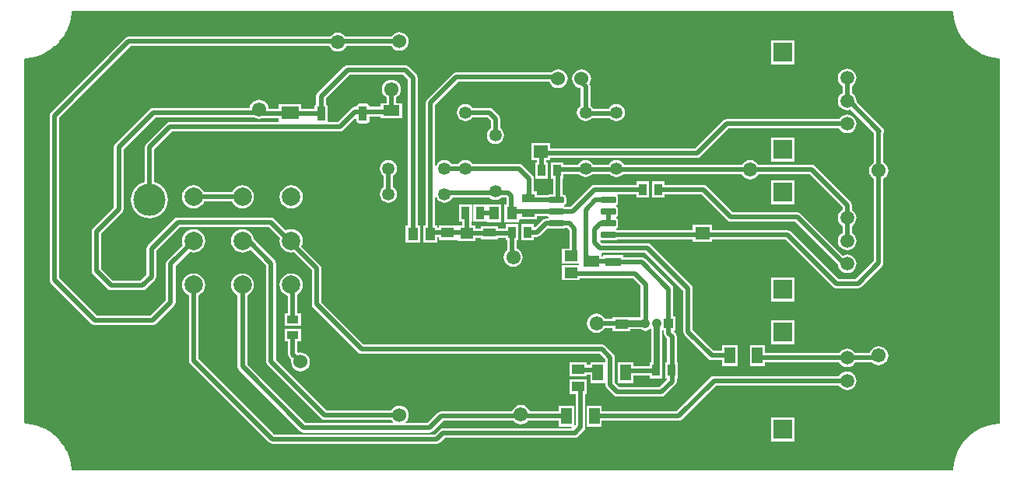
<source format=gtl>
G04 Layer_Physical_Order=1*
G04 Layer_Color=255*
%FSLAX43Y43*%
%MOMM*%
G71*
G01*
G75*
%ADD10R,1.300X0.850*%
%ADD11R,1.150X1.800*%
%ADD12R,1.350X0.950*%
%ADD13R,1.400X1.050*%
%ADD14R,1.050X1.400*%
G04:AMPARAMS|DCode=15|XSize=0.65mm|YSize=1.65mm|CornerRadius=0.049mm|HoleSize=0mm|Usage=FLASHONLY|Rotation=90.000|XOffset=0mm|YOffset=0mm|HoleType=Round|Shape=RoundedRectangle|*
%AMROUNDEDRECTD15*
21,1,0.650,1.552,0,0,90.0*
21,1,0.552,1.650,0,0,90.0*
1,1,0.098,0.776,0.276*
1,1,0.098,0.776,-0.276*
1,1,0.098,-0.776,-0.276*
1,1,0.098,-0.776,0.276*
%
%ADD15ROUNDEDRECTD15*%
%ADD16R,1.900X1.350*%
%ADD17R,1.800X1.150*%
%ADD18R,1.550X1.350*%
%ADD19R,1.450X1.150*%
%ADD20R,0.850X1.300*%
%ADD21R,0.950X1.350*%
%ADD22R,1.700X0.950*%
G04:AMPARAMS|DCode=23|XSize=0.9mm|YSize=1.6mm|CornerRadius=0.05mm|HoleSize=0mm|Usage=FLASHONLY|Rotation=0.000|XOffset=0mm|YOffset=0mm|HoleType=Round|Shape=RoundedRectangle|*
%AMROUNDEDRECTD23*
21,1,0.900,1.501,0,0,0.0*
21,1,0.801,1.600,0,0,0.0*
1,1,0.099,0.401,-0.750*
1,1,0.099,-0.401,-0.750*
1,1,0.099,-0.401,0.750*
1,1,0.099,0.401,0.750*
%
%ADD23ROUNDEDRECTD23*%
G04:AMPARAMS|DCode=24|XSize=5.45mm|YSize=6.6mm|CornerRadius=0.055mm|HoleSize=0mm|Usage=FLASHONLY|Rotation=0.000|XOffset=0mm|YOffset=0mm|HoleType=Round|Shape=RoundedRectangle|*
%AMROUNDEDRECTD24*
21,1,5.450,6.491,0,0,0.0*
21,1,5.341,6.600,0,0,0.0*
1,1,0.109,2.671,-3.245*
1,1,0.109,-2.671,-3.245*
1,1,0.109,-2.671,3.245*
1,1,0.109,2.671,3.245*
%
%ADD24ROUNDEDRECTD24*%
%ADD25C,0.508*%
%ADD26C,0.762*%
%ADD27C,0.635*%
%ADD28C,1.524*%
%ADD29C,1.550*%
%ADD30C,1.350*%
%ADD31C,3.500*%
%ADD32C,2.000*%
%ADD33R,2.100X2.000*%
%ADD34C,1.500*%
%ADD35C,1.050*%
%ADD36R,1.050X1.050*%
G36*
X101284Y50175D02*
X101372Y49507D01*
X101378Y49491D01*
X101379Y49474D01*
X101553Y48824D01*
X101561Y48808D01*
X101564Y48791D01*
X101822Y48169D01*
X101831Y48155D01*
X101837Y48139D01*
X102174Y47555D01*
X102185Y47542D01*
X102192Y47527D01*
X102603Y46993D01*
X102615Y46981D01*
X102625Y46967D01*
X103101Y46491D01*
X103115Y46481D01*
X103127Y46469D01*
X103661Y46058D01*
X103676Y46051D01*
X103689Y46040D01*
X104273Y45703D01*
X104289Y45697D01*
X104303Y45688D01*
X104925Y45430D01*
X104942Y45427D01*
X104958Y45419D01*
X105608Y45245D01*
X105625Y45244D01*
X105641Y45238D01*
X106309Y45150D01*
X106421Y45077D01*
Y5469D01*
X106309Y5396D01*
X105641Y5308D01*
X105625Y5302D01*
X105608Y5301D01*
X104958Y5127D01*
X104942Y5119D01*
X104925Y5116D01*
X104303Y4858D01*
X104289Y4849D01*
X104273Y4843D01*
X103689Y4506D01*
X103676Y4495D01*
X103661Y4488D01*
X103127Y4077D01*
X103115Y4065D01*
X103101Y4055D01*
X102625Y3579D01*
X102615Y3565D01*
X102603Y3553D01*
X102192Y3019D01*
X102185Y3004D01*
X102174Y2991D01*
X101837Y2407D01*
X101831Y2391D01*
X101822Y2377D01*
X101564Y1755D01*
X101561Y1738D01*
X101553Y1722D01*
X101379Y1072D01*
X101378Y1055D01*
X101372Y1039D01*
X101284Y371D01*
X101211Y259D01*
X5469D01*
X5396Y371D01*
X5308Y1039D01*
X5302Y1055D01*
X5301Y1072D01*
X5127Y1722D01*
X5119Y1738D01*
X5116Y1755D01*
X4858Y2377D01*
X4849Y2391D01*
X4843Y2407D01*
X4506Y2991D01*
X4495Y3004D01*
X4488Y3019D01*
X4077Y3553D01*
X4065Y3565D01*
X4055Y3579D01*
X3579Y4055D01*
X3565Y4065D01*
X3553Y4077D01*
X3019Y4488D01*
X3004Y4495D01*
X2991Y4506D01*
X2407Y4843D01*
X2391Y4849D01*
X2377Y4858D01*
X1755Y5116D01*
X1738Y5119D01*
X1722Y5127D01*
X1072Y5301D01*
X1055Y5302D01*
X1039Y5308D01*
X371Y5396D01*
X259Y5469D01*
Y45077D01*
X371Y45150D01*
X1039Y45238D01*
X1055Y45244D01*
X1072Y45245D01*
X1722Y45419D01*
X1738Y45427D01*
X1755Y45430D01*
X2377Y45688D01*
X2391Y45697D01*
X2407Y45703D01*
X2991Y46040D01*
X3004Y46051D01*
X3019Y46058D01*
X3553Y46469D01*
X3565Y46481D01*
X3579Y46491D01*
X4055Y46967D01*
X4065Y46981D01*
X4077Y46993D01*
X4488Y47527D01*
X4495Y47542D01*
X4506Y47555D01*
X4843Y48139D01*
X4849Y48155D01*
X4858Y48169D01*
X5116Y48791D01*
X5119Y48808D01*
X5127Y48824D01*
X5301Y49474D01*
X5302Y49491D01*
X5308Y49507D01*
X5396Y50175D01*
X5469Y50287D01*
X101211D01*
X101284Y50175D01*
D02*
G37*
%LPC*%
G36*
X29278Y21738D02*
X28950Y21695D01*
X28645Y21568D01*
X28383Y21367D01*
X28182Y21105D01*
X28056Y20800D01*
X28013Y20473D01*
X28056Y20146D01*
X28182Y19841D01*
X28383Y19579D01*
X28645Y19378D01*
X28946Y19253D01*
Y17353D01*
X28560D01*
Y15995D01*
X30368D01*
Y17353D01*
X29982D01*
Y19433D01*
X30172Y19579D01*
X30373Y19841D01*
X30499Y20146D01*
X30542Y20473D01*
X30499Y20800D01*
X30373Y21105D01*
X30172Y21367D01*
X29910Y21568D01*
X29605Y21695D01*
X29278Y21738D01*
D02*
G37*
G36*
X84078Y16637D02*
X81470D01*
Y14029D01*
X84078D01*
Y16587D01*
Y16637D01*
D02*
G37*
G36*
Y21277D02*
X81470D01*
Y18669D01*
X84078D01*
Y21227D01*
Y21277D01*
D02*
G37*
G36*
X50576Y29250D02*
Y29250D01*
X49118D01*
Y27392D01*
X50576D01*
X50595Y27317D01*
X52153D01*
Y29225D01*
X50595D01*
X50576Y29250D01*
D02*
G37*
G36*
X69880Y31765D02*
X68522D01*
Y29957D01*
X69880D01*
Y30343D01*
X73928D01*
X76774Y27498D01*
X76942Y27385D01*
X77140Y27346D01*
X84164D01*
X88765Y22745D01*
X88796Y22511D01*
X88897Y22267D01*
X89058Y22057D01*
X89268Y21896D01*
X89512Y21795D01*
X89774Y21760D01*
X90036Y21795D01*
X90280Y21896D01*
X90490Y22057D01*
X90651Y22267D01*
X90752Y22511D01*
X90787Y22773D01*
X90752Y23035D01*
X90651Y23279D01*
X90490Y23489D01*
X90280Y23650D01*
X90036Y23751D01*
X89774Y23786D01*
X89512Y23751D01*
X89308Y23667D01*
X84745Y28230D01*
X84577Y28342D01*
X84379Y28382D01*
X77354D01*
X74509Y31227D01*
X74341Y31340D01*
X74143Y31379D01*
X69880D01*
Y31765D01*
D02*
G37*
G36*
X23978Y26538D02*
X23650Y26495D01*
X23345Y26368D01*
X23083Y26167D01*
X22882Y25905D01*
X22756Y25600D01*
X22713Y25273D01*
X22756Y24946D01*
X22882Y24641D01*
X23083Y24379D01*
X23345Y24178D01*
X23650Y24051D01*
X23978Y24008D01*
X24305Y24051D01*
X24610Y24178D01*
X24846Y24358D01*
X26584Y22620D01*
Y12116D01*
X26623Y11918D01*
X26736Y11750D01*
X32559Y5926D01*
X32727Y5814D01*
X32925Y5775D01*
X40170D01*
X40328Y5568D01*
X40373Y5534D01*
X40332Y5414D01*
X30879D01*
X24496Y11797D01*
Y19330D01*
X24610Y19378D01*
X24872Y19579D01*
X25073Y19841D01*
X25199Y20146D01*
X25242Y20473D01*
X25199Y20800D01*
X25073Y21105D01*
X24872Y21367D01*
X24610Y21568D01*
X24305Y21695D01*
X23978Y21738D01*
X23650Y21695D01*
X23345Y21568D01*
X23083Y21367D01*
X22882Y21105D01*
X22756Y20800D01*
X22713Y20473D01*
X22756Y20146D01*
X22882Y19841D01*
X23083Y19579D01*
X23345Y19378D01*
X23460Y19330D01*
Y11582D01*
X23499Y11384D01*
X23611Y11216D01*
X30298Y4529D01*
X30466Y4417D01*
X30664Y4378D01*
X44342D01*
X44540Y4417D01*
X44708Y4529D01*
X45833Y5654D01*
X53517D01*
X53546Y5616D01*
X53761Y5451D01*
X54011Y5347D01*
X54280Y5312D01*
X54548Y5347D01*
X54799Y5451D01*
X55014Y5616D01*
X55043Y5654D01*
X58428D01*
Y5018D01*
X59789D01*
X59857Y4891D01*
X59837Y4861D01*
X45796D01*
X45598Y4822D01*
X45430Y4710D01*
X44928Y4208D01*
X40474D01*
X40441Y4201D01*
X27443D01*
X19196Y12449D01*
Y19330D01*
X19310Y19378D01*
X19572Y19579D01*
X19773Y19841D01*
X19899Y20146D01*
X19942Y20473D01*
X19899Y20800D01*
X19773Y21105D01*
X19572Y21367D01*
X19310Y21568D01*
X19005Y21695D01*
X18678Y21738D01*
X18350Y21695D01*
X18045Y21568D01*
X17783Y21367D01*
X17582Y21105D01*
X17456Y20800D01*
X17413Y20473D01*
X17456Y20146D01*
X17582Y19841D01*
X17783Y19579D01*
X18045Y19378D01*
X18160Y19330D01*
Y12234D01*
X18199Y12036D01*
X18311Y11868D01*
X26863Y3317D01*
X27031Y3204D01*
X27229Y3165D01*
X40468D01*
X40501Y3172D01*
X45142D01*
X45341Y3211D01*
X45509Y3323D01*
X46011Y3825D01*
X60147D01*
X60345Y3865D01*
X60513Y3977D01*
X61148Y4612D01*
X61261Y4780D01*
X61300Y4978D01*
Y8609D01*
X61482D01*
Y10167D01*
X59574D01*
Y8609D01*
X60264D01*
Y5256D01*
X60213Y5218D01*
X60086Y5281D01*
Y7326D01*
X58428D01*
Y6690D01*
X55253D01*
X55179Y6869D01*
X55014Y7084D01*
X54799Y7249D01*
X54548Y7353D01*
X54280Y7388D01*
X54011Y7353D01*
X53761Y7249D01*
X53546Y7084D01*
X53381Y6869D01*
X53307Y6690D01*
X45618D01*
X45420Y6651D01*
X45252Y6538D01*
X45252Y6538D01*
X44127Y5414D01*
X41774D01*
X41733Y5534D01*
X41778Y5568D01*
X41940Y5780D01*
X42043Y6027D01*
X42078Y6293D01*
X42043Y6558D01*
X41940Y6805D01*
X41778Y7017D01*
X41565Y7180D01*
X41318Y7282D01*
X41053Y7317D01*
X40788Y7282D01*
X40541Y7180D01*
X40328Y7017D01*
X40170Y6811D01*
X33140D01*
X27620Y12330D01*
Y22835D01*
X27580Y23033D01*
X27468Y23201D01*
X25219Y25450D01*
X25199Y25600D01*
X25073Y25905D01*
X24872Y26167D01*
X24610Y26368D01*
X24305Y26495D01*
X23978Y26538D01*
D02*
G37*
G36*
X84078Y6037D02*
X81470D01*
Y3429D01*
X84078D01*
Y5987D01*
Y6037D01*
D02*
G37*
G36*
X89774Y11046D02*
X89512Y11011D01*
X89268Y10910D01*
X89058Y10749D01*
X88906Y10551D01*
X75286D01*
X75087Y10512D01*
X74919Y10399D01*
X71210Y6690D01*
X63086D01*
Y7326D01*
X61428D01*
Y5018D01*
X63086D01*
Y5654D01*
X71425D01*
X71623Y5694D01*
X71791Y5806D01*
X75500Y9515D01*
X88906D01*
X89058Y9317D01*
X89268Y9156D01*
X89512Y9055D01*
X89774Y9020D01*
X90036Y9055D01*
X90280Y9156D01*
X90490Y9317D01*
X90651Y9527D01*
X90752Y9771D01*
X90787Y10033D01*
X90752Y10295D01*
X90651Y10539D01*
X90490Y10749D01*
X90280Y10910D01*
X90036Y11011D01*
X89774Y11046D01*
D02*
G37*
G36*
X80840Y13930D02*
X79182D01*
Y11622D01*
X80840D01*
Y12030D01*
X88896D01*
X88897Y12027D01*
X89058Y11817D01*
X89268Y11656D01*
X89512Y11555D01*
X89774Y11520D01*
X90036Y11555D01*
X90280Y11656D01*
X90490Y11817D01*
X90651Y12027D01*
X90652Y12030D01*
X92501D01*
X92699Y11877D01*
X92949Y11774D01*
X93218Y11738D01*
X93487Y11774D01*
X93737Y11877D01*
X93952Y12042D01*
X94117Y12257D01*
X94221Y12508D01*
X94256Y12776D01*
X94221Y13045D01*
X94117Y13295D01*
X93952Y13510D01*
X93737Y13675D01*
X93487Y13779D01*
X93218Y13814D01*
X92949Y13779D01*
X92699Y13675D01*
X92484Y13510D01*
X92319Y13295D01*
X92224Y13066D01*
X90631D01*
X90490Y13249D01*
X90280Y13410D01*
X90036Y13511D01*
X89774Y13546D01*
X89512Y13511D01*
X89268Y13410D01*
X89058Y13249D01*
X88917Y13066D01*
X80840D01*
Y13930D01*
D02*
G37*
G36*
X30368Y15653D02*
X28560D01*
Y14295D01*
X28946D01*
Y12929D01*
X28985Y12730D01*
X29098Y12562D01*
X29311Y12349D01*
X29277Y12090D01*
X29312Y11825D01*
X29415Y11578D01*
X29578Y11366D01*
X29790Y11203D01*
X30037Y11101D01*
X30302Y11066D01*
X30567Y11101D01*
X30815Y11203D01*
X31027Y11366D01*
X31190Y11578D01*
X31292Y11825D01*
X31327Y12090D01*
X31292Y12356D01*
X31190Y12603D01*
X31027Y12815D01*
X30815Y12978D01*
X30567Y13080D01*
X30302Y13115D01*
X30086Y13087D01*
X29982Y13181D01*
Y14295D01*
X30368D01*
Y15653D01*
D02*
G37*
G36*
X60884Y43951D02*
X60619Y43916D01*
X60371Y43813D01*
X60159Y43651D01*
X59996Y43438D01*
X59894Y43191D01*
X59859Y42926D01*
X59894Y42661D01*
X59996Y42414D01*
X60159Y42201D01*
X60371Y42039D01*
X60619Y41936D01*
X60752Y41919D01*
X60798Y41873D01*
Y40017D01*
X60653Y39906D01*
X60504Y39712D01*
X60411Y39486D01*
X60379Y39244D01*
X60411Y39001D01*
X60504Y38775D01*
X60653Y38581D01*
X60847Y38432D01*
X61073Y38339D01*
X61316Y38307D01*
X61558Y38339D01*
X61784Y38432D01*
X61978Y38581D01*
X61991Y38598D01*
X63993D01*
X64006Y38581D01*
X64200Y38432D01*
X64426Y38339D01*
X64668Y38307D01*
X64911Y38339D01*
X65137Y38432D01*
X65331Y38581D01*
X65480Y38775D01*
X65573Y39001D01*
X65605Y39244D01*
X65573Y39486D01*
X65480Y39712D01*
X65331Y39906D01*
X65137Y40055D01*
X64911Y40149D01*
X64668Y40181D01*
X64426Y40149D01*
X64200Y40055D01*
X64006Y39906D01*
X63857Y39712D01*
X63824Y39634D01*
X62160D01*
X62127Y39712D01*
X61978Y39906D01*
X61834Y40017D01*
Y42088D01*
X61794Y42286D01*
X61738Y42370D01*
X61771Y42414D01*
X61874Y42661D01*
X61909Y42926D01*
X61874Y43191D01*
X61771Y43438D01*
X61608Y43651D01*
X61396Y43813D01*
X61149Y43916D01*
X60884Y43951D01*
D02*
G37*
G36*
X89774Y39026D02*
X89512Y38991D01*
X89268Y38890D01*
X89058Y38729D01*
X88906Y38531D01*
X76646D01*
X76448Y38492D01*
X76280Y38379D01*
X73230Y35329D01*
X57468D01*
Y35895D01*
X55410D01*
Y34037D01*
X56036D01*
Y33822D01*
X55875D01*
Y32014D01*
X57233D01*
Y33822D01*
X57072D01*
Y34037D01*
X57468D01*
Y34293D01*
X73444D01*
X73642Y34332D01*
X73810Y34445D01*
X76861Y37495D01*
X88906D01*
X89058Y37297D01*
X89268Y37136D01*
X89512Y37035D01*
X89774Y37000D01*
X90036Y37035D01*
X90280Y37136D01*
X90490Y37297D01*
X90651Y37507D01*
X90752Y37751D01*
X90787Y38013D01*
X90752Y38275D01*
X90651Y38519D01*
X90490Y38729D01*
X90280Y38890D01*
X90036Y38991D01*
X89774Y39026D01*
D02*
G37*
G36*
X41681Y44409D02*
X35408D01*
X35209Y44370D01*
X35041Y44257D01*
X32171Y41387D01*
X32059Y41219D01*
X32019Y41021D01*
Y40178D01*
X32018Y40178D01*
X31918Y40111D01*
X31851Y40010D01*
X31827Y39892D01*
Y39659D01*
X30363D01*
Y40146D01*
X27955D01*
Y39659D01*
X26836D01*
X26809Y39867D01*
X26705Y40118D01*
X26540Y40332D01*
X26325Y40497D01*
X26075Y40601D01*
X25806Y40636D01*
X25538Y40601D01*
X25287Y40497D01*
X25073Y40332D01*
X24908Y40118D01*
X24804Y39867D01*
X24790Y39761D01*
X14300D01*
X14102Y39722D01*
X13934Y39609D01*
X10149Y35825D01*
X10037Y35657D01*
X9998Y35458D01*
Y28917D01*
X7736Y26655D01*
X7624Y26487D01*
X7585Y26289D01*
Y21996D01*
X7624Y21798D01*
X7736Y21630D01*
X9311Y20055D01*
X9479Y19943D01*
X9677Y19904D01*
X13132D01*
X13330Y19943D01*
X13498Y20055D01*
X14438Y20995D01*
X14550Y21163D01*
X14590Y21361D01*
Y24195D01*
X17182Y26787D01*
X26836D01*
X28052Y25571D01*
X28013Y25273D01*
X28056Y24946D01*
X28182Y24641D01*
X28383Y24379D01*
X28645Y24178D01*
X28950Y24051D01*
X29278Y24008D01*
X29576Y24047D01*
X31537Y22087D01*
Y18364D01*
X31576Y18166D01*
X31689Y17998D01*
X36591Y13096D01*
X36759Y12983D01*
X36957Y12944D01*
X62879D01*
X63490Y12333D01*
Y12203D01*
X63489Y12076D01*
X63363Y12076D01*
X61831D01*
Y11758D01*
X61482D01*
Y12067D01*
X59574D01*
Y10509D01*
X61482D01*
Y10722D01*
X61831D01*
Y9768D01*
X63489Y9768D01*
X63490Y9641D01*
Y9550D01*
X63529Y9352D01*
X63642Y9184D01*
X64378Y8448D01*
X64546Y8335D01*
X64745Y8296D01*
X69571D01*
X69769Y8335D01*
X69937Y8448D01*
X71080Y9591D01*
X71192Y9759D01*
X71232Y9957D01*
Y10272D01*
X71379D01*
Y12080D01*
X71232D01*
Y14859D01*
X71192Y15057D01*
X71080Y15225D01*
X70955Y15350D01*
X71008Y15477D01*
X71137D01*
Y17035D01*
X70876D01*
Y20041D01*
X70837Y20239D01*
X70724Y20407D01*
X67800Y23331D01*
X67632Y23443D01*
X67434Y23483D01*
X65442D01*
Y23694D01*
X63234D01*
Y23583D01*
X63079D01*
Y23894D01*
X63146Y23993D01*
X67832D01*
X71948Y19877D01*
Y15367D01*
X71988Y15169D01*
X72100Y15001D01*
X74691Y12410D01*
X74859Y12298D01*
X75057Y12258D01*
X76182D01*
Y11622D01*
X77840D01*
Y13930D01*
X76182D01*
Y13294D01*
X75272D01*
X72984Y15582D01*
Y20091D01*
X72984Y20091D01*
X72945Y20290D01*
X72832Y20458D01*
X68413Y24877D01*
X68245Y24990D01*
X68047Y25029D01*
X63105D01*
X62923Y25211D01*
X62986Y25328D01*
X63009Y25323D01*
X64561D01*
X64679Y25347D01*
X64744Y25390D01*
X72987D01*
Y25141D01*
X75045D01*
Y25390D01*
X83097D01*
X88229Y20259D01*
X88397Y20146D01*
X88595Y20107D01*
X90957D01*
X91156Y20146D01*
X91324Y20259D01*
X93584Y22519D01*
X93697Y22687D01*
X93736Y22885D01*
Y32019D01*
X93737Y32020D01*
X93952Y32185D01*
X94117Y32399D01*
X94221Y32650D01*
X94256Y32918D01*
X94221Y33187D01*
X94117Y33437D01*
X93952Y33652D01*
X93737Y33817D01*
X93736Y33818D01*
Y36996D01*
X93747Y37013D01*
X93787Y37211D01*
X93747Y37409D01*
X93635Y37577D01*
X90776Y40436D01*
X90787Y40513D01*
X90752Y40775D01*
X90651Y41019D01*
X90490Y41229D01*
X90292Y41381D01*
Y42145D01*
X90490Y42297D01*
X90651Y42507D01*
X90752Y42751D01*
X90787Y43013D01*
X90752Y43275D01*
X90651Y43519D01*
X90490Y43729D01*
X90280Y43890D01*
X90036Y43991D01*
X89774Y44026D01*
X89512Y43991D01*
X89268Y43890D01*
X89058Y43729D01*
X88897Y43519D01*
X88796Y43275D01*
X88761Y43013D01*
X88796Y42751D01*
X88897Y42507D01*
X89058Y42297D01*
X89256Y42145D01*
Y41381D01*
X89058Y41229D01*
X88897Y41019D01*
X88796Y40775D01*
X88761Y40513D01*
X88796Y40251D01*
X88897Y40007D01*
X89058Y39797D01*
X89268Y39636D01*
X89512Y39535D01*
X89774Y39500D01*
X90036Y39535D01*
X90161Y39586D01*
X92700Y37047D01*
Y33818D01*
X92699Y33817D01*
X92484Y33652D01*
X92319Y33437D01*
X92215Y33187D01*
X92180Y32918D01*
X92215Y32650D01*
X92319Y32399D01*
X92484Y32185D01*
X92699Y32020D01*
X92700Y32019D01*
Y23100D01*
X90743Y21143D01*
X88810D01*
X83678Y26274D01*
X83510Y26387D01*
X83312Y26426D01*
X75045D01*
Y26999D01*
X72987D01*
Y26426D01*
X64744D01*
X64679Y26469D01*
X64635Y26478D01*
Y26608D01*
X64679Y26617D01*
X64780Y26683D01*
X64846Y26784D01*
X64870Y26902D01*
Y27454D01*
X64846Y27572D01*
X64780Y27673D01*
X64679Y27739D01*
X64635Y27748D01*
Y27878D01*
X64679Y27887D01*
X64780Y27953D01*
X64846Y28054D01*
X64870Y28172D01*
Y28724D01*
X64846Y28842D01*
X64780Y28943D01*
X64679Y29009D01*
X64635Y29018D01*
Y29148D01*
X64679Y29157D01*
X64780Y29223D01*
X64846Y29324D01*
X64870Y29442D01*
Y29994D01*
X64846Y30112D01*
X64780Y30213D01*
X64774Y30216D01*
X64813Y30343D01*
X66822D01*
Y29957D01*
X68180D01*
Y31765D01*
X66822D01*
Y31379D01*
X62294D01*
X62095Y31340D01*
X61927Y31227D01*
X59666Y28966D01*
X59094D01*
X59029Y29009D01*
X58985Y29018D01*
Y29148D01*
X59029Y29157D01*
X59130Y29223D01*
X59196Y29324D01*
X59220Y29442D01*
Y29994D01*
X59196Y30112D01*
X59130Y30213D01*
X59029Y30279D01*
X58911Y30303D01*
X58853D01*
Y32014D01*
X58933D01*
Y32553D01*
X60600D01*
X60653Y32484D01*
X60847Y32335D01*
X61073Y32241D01*
X61316Y32209D01*
X61558Y32241D01*
X61784Y32335D01*
X61978Y32484D01*
X62031Y32553D01*
X63953D01*
X64006Y32484D01*
X64200Y32335D01*
X64426Y32241D01*
X64668Y32209D01*
X64911Y32241D01*
X65137Y32335D01*
X65331Y32484D01*
X65384Y32553D01*
X78302D01*
X78324Y32501D01*
X78489Y32286D01*
X78704Y32121D01*
X78954Y32017D01*
X79223Y31982D01*
X79491Y32017D01*
X79742Y32121D01*
X79956Y32286D01*
X80121Y32501D01*
X80143Y32553D01*
X85663D01*
X89256Y28960D01*
Y28641D01*
X89058Y28489D01*
X88897Y28279D01*
X88796Y28035D01*
X88761Y27773D01*
X88796Y27511D01*
X88897Y27267D01*
X89058Y27057D01*
X89256Y26905D01*
Y26141D01*
X89058Y25989D01*
X88897Y25779D01*
X88796Y25535D01*
X88761Y25273D01*
X88796Y25011D01*
X88897Y24767D01*
X89058Y24557D01*
X89268Y24396D01*
X89512Y24295D01*
X89774Y24260D01*
X90036Y24295D01*
X90280Y24396D01*
X90490Y24557D01*
X90651Y24767D01*
X90752Y25011D01*
X90787Y25273D01*
X90752Y25535D01*
X90651Y25779D01*
X90490Y25989D01*
X90292Y26141D01*
Y26905D01*
X90490Y27057D01*
X90651Y27267D01*
X90752Y27511D01*
X90787Y27773D01*
X90752Y28035D01*
X90651Y28279D01*
X90490Y28489D01*
X90292Y28641D01*
Y29174D01*
X90292Y29174D01*
X90253Y29372D01*
X90140Y29540D01*
X90140Y29540D01*
X86244Y33437D01*
X86076Y33549D01*
X85877Y33589D01*
X80083D01*
X79956Y33754D01*
X79742Y33919D01*
X79491Y34023D01*
X79223Y34058D01*
X78954Y34023D01*
X78704Y33919D01*
X78489Y33754D01*
X78362Y33589D01*
X65491D01*
X65480Y33615D01*
X65331Y33809D01*
X65137Y33958D01*
X64911Y34051D01*
X64668Y34083D01*
X64426Y34051D01*
X64200Y33958D01*
X64006Y33809D01*
X63857Y33615D01*
X63846Y33589D01*
X62138D01*
X62127Y33615D01*
X61978Y33809D01*
X61784Y33958D01*
X61558Y34051D01*
X61316Y34083D01*
X61073Y34051D01*
X60847Y33958D01*
X60653Y33809D01*
X60504Y33615D01*
X60493Y33589D01*
X58933D01*
Y33822D01*
X57575D01*
Y32014D01*
X57817D01*
Y30303D01*
X57359D01*
X57241Y30279D01*
X57176Y30236D01*
X55996D01*
Y30663D01*
X55712D01*
Y32004D01*
X55673Y32202D01*
X55560Y32370D01*
X54418Y33513D01*
X54250Y33625D01*
X54052Y33664D01*
X49034D01*
X48923Y33809D01*
X48729Y33958D01*
X48503Y34051D01*
X48260Y34083D01*
X48017Y34051D01*
X47791Y33958D01*
X47597Y33809D01*
X47487Y33665D01*
X46748D01*
X46637Y33810D01*
X46443Y33958D01*
X46217Y34052D01*
X45975Y34084D01*
X45732Y34052D01*
X45506Y33958D01*
X45312Y33810D01*
X45163Y33616D01*
X45095Y33451D01*
X44968Y33476D01*
Y40095D01*
X47459Y42586D01*
X57385D01*
X57456Y42414D01*
X57619Y42201D01*
X57831Y42039D01*
X58079Y41936D01*
X58344Y41901D01*
X58609Y41936D01*
X58856Y42039D01*
X59068Y42201D01*
X59231Y42414D01*
X59334Y42661D01*
X59369Y42926D01*
X59334Y43191D01*
X59231Y43438D01*
X59068Y43651D01*
X58856Y43813D01*
X58609Y43916D01*
X58344Y43951D01*
X58079Y43916D01*
X57831Y43813D01*
X57619Y43651D01*
X57597Y43622D01*
X47244D01*
X47046Y43582D01*
X46878Y43470D01*
X44084Y40676D01*
X43971Y40508D01*
X43932Y40310D01*
Y26964D01*
X43656D01*
Y25056D01*
X45214D01*
Y25653D01*
X45350D01*
Y25368D01*
X47258D01*
Y25368D01*
X47383Y25362D01*
Y25268D01*
X49341D01*
Y25579D01*
X49947D01*
Y25420D01*
X51805D01*
Y25579D01*
X52649D01*
Y25309D01*
X52810D01*
Y24308D01*
X52708Y24229D01*
X52543Y24014D01*
X52439Y23764D01*
X52404Y23495D01*
X52439Y23226D01*
X52543Y22976D01*
X52708Y22761D01*
X52923Y22596D01*
X53173Y22492D01*
X53442Y22457D01*
X53710Y22492D01*
X53961Y22596D01*
X54175Y22761D01*
X54340Y22976D01*
X54444Y23226D01*
X54479Y23495D01*
X54444Y23764D01*
X54340Y24014D01*
X54175Y24229D01*
X53961Y24394D01*
X53846Y24441D01*
Y25309D01*
X54007D01*
Y27117D01*
X52649D01*
Y26615D01*
X51805D01*
Y26878D01*
X49947D01*
Y26615D01*
X49341D01*
Y26926D01*
X48892D01*
Y27392D01*
X48976D01*
Y29250D01*
X47518D01*
Y27392D01*
X47856D01*
Y26926D01*
X47383D01*
Y26926D01*
X47258D01*
Y26926D01*
X45350D01*
Y26689D01*
X45214D01*
Y26964D01*
X44968D01*
Y30024D01*
X45095Y30049D01*
X45163Y29884D01*
X45312Y29690D01*
X45506Y29542D01*
X45732Y29448D01*
X45975Y29416D01*
X46217Y29448D01*
X46443Y29542D01*
X46637Y29690D01*
X46786Y29884D01*
X46839Y30013D01*
X50835D01*
X50849Y29994D01*
X51043Y29846D01*
X51269Y29752D01*
X51511Y29720D01*
X51754Y29752D01*
X51980Y29846D01*
X52165Y29987D01*
X52668D01*
X52695Y29961D01*
Y29225D01*
X52495D01*
Y27317D01*
X54053D01*
Y27513D01*
X54138Y27605D01*
X55996D01*
Y27930D01*
X57176D01*
X57241Y27887D01*
X57285Y27878D01*
Y27748D01*
X57241Y27739D01*
X57176Y27696D01*
X56998D01*
X56799Y27657D01*
X56631Y27544D01*
X55834Y26747D01*
X55707Y26770D01*
Y27117D01*
X54349D01*
Y25309D01*
X55707D01*
Y25695D01*
X56032D01*
X56231Y25734D01*
X56399Y25847D01*
X57197Y26645D01*
X57241Y26617D01*
X57359Y26593D01*
X58911D01*
X59029Y26617D01*
X59094Y26660D01*
X59323D01*
X59553Y26430D01*
Y24437D01*
X58736D01*
Y22779D01*
X60586D01*
X60627Y22708D01*
X60586Y22637D01*
X58736D01*
Y20979D01*
X60694D01*
Y21174D01*
X66486D01*
X67325Y20334D01*
Y16942D01*
X66181D01*
Y16974D01*
X64273D01*
Y16825D01*
X63409D01*
X63408Y16826D01*
X63243Y17041D01*
X63028Y17206D01*
X62778Y17309D01*
X62509Y17345D01*
X62241Y17309D01*
X61990Y17206D01*
X61776Y17041D01*
X61611Y16826D01*
X61507Y16575D01*
X61472Y16307D01*
X61507Y16038D01*
X61611Y15788D01*
X61776Y15573D01*
X61990Y15408D01*
X62241Y15304D01*
X62509Y15269D01*
X62778Y15304D01*
X63028Y15408D01*
X63243Y15573D01*
X63408Y15788D01*
X63409Y15789D01*
X64273D01*
Y15416D01*
X66181D01*
Y15648D01*
X67331D01*
X67425Y15576D01*
X67615Y15497D01*
X67818Y15470D01*
X68021Y15497D01*
X68211Y15576D01*
X68373Y15700D01*
X68381Y15706D01*
X68505Y15663D01*
Y12080D01*
X68321D01*
Y11643D01*
X66489D01*
Y12076D01*
X64831D01*
Y9768D01*
X66489D01*
Y10607D01*
X68321D01*
Y10272D01*
X69679D01*
Y12080D01*
X69671D01*
Y15477D01*
X69840D01*
Y15215D01*
X69879Y15016D01*
X69992Y14848D01*
X70196Y14644D01*
Y12080D01*
X70021D01*
Y10272D01*
X70132D01*
X70169Y10145D01*
X69356Y9332D01*
X64959D01*
X64526Y9765D01*
Y12548D01*
X64487Y12746D01*
X64374Y12914D01*
X63460Y13828D01*
X63292Y13941D01*
X63094Y13980D01*
X37172D01*
X32573Y18579D01*
Y22301D01*
X32533Y22499D01*
X32421Y22667D01*
X30395Y24694D01*
X30499Y24946D01*
X30542Y25273D01*
X30499Y25600D01*
X30373Y25905D01*
X30172Y26167D01*
X29910Y26368D01*
X29605Y26495D01*
X29278Y26538D01*
X28950Y26495D01*
X28698Y26390D01*
X27417Y27671D01*
X27249Y27784D01*
X27051Y27823D01*
X16967D01*
X16769Y27784D01*
X16601Y27671D01*
X16601Y27671D01*
X13705Y24776D01*
X13593Y24608D01*
X13554Y24409D01*
Y21576D01*
X12917Y20940D01*
X9892D01*
X8621Y22211D01*
Y26074D01*
X10882Y28336D01*
X10994Y28504D01*
X11034Y28702D01*
Y35244D01*
X14515Y38725D01*
X25255D01*
X25287Y38700D01*
X25538Y38596D01*
X25806Y38561D01*
X26075Y38596D01*
X26181Y38640D01*
X26264Y38623D01*
X27955D01*
Y38288D01*
X27855Y38224D01*
X16091D01*
X16091Y38224D01*
X15893Y38185D01*
X15725Y38073D01*
X13508Y35856D01*
X13395Y35688D01*
X13356Y35489D01*
Y31680D01*
X13103Y31604D01*
X12755Y31418D01*
X12450Y31167D01*
X12200Y30862D01*
X12014Y30514D01*
X11899Y30136D01*
X11860Y29743D01*
X11899Y29351D01*
X12014Y28973D01*
X12200Y28625D01*
X12450Y28319D01*
X12755Y28069D01*
X13103Y27883D01*
X13481Y27768D01*
X13874Y27730D01*
X14267Y27768D01*
X14645Y27883D01*
X14993Y28069D01*
X15298Y28319D01*
X15548Y28625D01*
X15734Y28973D01*
X15849Y29351D01*
X15888Y29743D01*
X15849Y30136D01*
X15734Y30514D01*
X15548Y30862D01*
X15298Y31167D01*
X14993Y31418D01*
X14645Y31604D01*
X14392Y31680D01*
Y35275D01*
X16306Y37188D01*
X34608D01*
X34806Y37228D01*
X34974Y37340D01*
X36270Y38636D01*
X36387Y38588D01*
Y38391D01*
X36411Y38272D01*
X36478Y38172D01*
X36578Y38105D01*
X36697Y38081D01*
X37498D01*
X37616Y38105D01*
X37717Y38172D01*
X37784Y38272D01*
X37807Y38391D01*
Y38830D01*
X39029D01*
Y38619D01*
X41337D01*
Y40277D01*
X40701D01*
Y40884D01*
X40702Y40884D01*
X40917Y41049D01*
X41082Y41264D01*
X41185Y41514D01*
X41221Y41783D01*
X41185Y42052D01*
X41082Y42302D01*
X40917Y42517D01*
X40702Y42682D01*
X40451Y42786D01*
X40183Y42821D01*
X39914Y42786D01*
X39664Y42682D01*
X39449Y42517D01*
X39284Y42302D01*
X39180Y42052D01*
X39145Y41783D01*
X39180Y41514D01*
X39284Y41264D01*
X39449Y41049D01*
X39664Y40884D01*
X39665Y40884D01*
Y40277D01*
X39029D01*
Y39866D01*
X37807D01*
Y39892D01*
X37784Y40010D01*
X37717Y40111D01*
X37616Y40178D01*
X37498Y40201D01*
X36697D01*
X36578Y40178D01*
X36478Y40111D01*
X36411Y40010D01*
X36387Y39892D01*
Y39866D01*
X36249D01*
X36051Y39826D01*
X35883Y39714D01*
X34393Y38224D01*
X33333D01*
X33239Y38351D01*
X33247Y38391D01*
Y39892D01*
X33224Y40010D01*
X33157Y40111D01*
X33056Y40178D01*
X33055Y40178D01*
Y40806D01*
X35622Y43373D01*
X41467D01*
X42002Y42838D01*
Y26964D01*
X41756D01*
Y25056D01*
X43314D01*
Y25960D01*
X43317Y25964D01*
X43356Y26162D01*
X43317Y26360D01*
X43314Y26364D01*
Y26964D01*
X43038D01*
Y43053D01*
X42998Y43251D01*
X42886Y43419D01*
X42886Y43419D01*
X42048Y44257D01*
X41880Y44370D01*
X41681Y44409D01*
D02*
G37*
G36*
X41053Y48015D02*
X40788Y47980D01*
X40541Y47877D01*
X40328Y47715D01*
X40170Y47508D01*
X35207D01*
X35100Y47648D01*
X34885Y47813D01*
X34635Y47916D01*
X34366Y47952D01*
X34098Y47916D01*
X33847Y47813D01*
X33632Y47648D01*
X33525Y47508D01*
X11608D01*
X11410Y47469D01*
X11242Y47356D01*
X3139Y39254D01*
X3027Y39086D01*
X2987Y38887D01*
Y21031D01*
X3027Y20833D01*
X3139Y20665D01*
X7584Y16220D01*
X7752Y16108D01*
X7950Y16068D01*
X14173D01*
X14371Y16108D01*
X14539Y16220D01*
X16546Y18227D01*
X16658Y18395D01*
X16698Y18593D01*
Y22561D01*
X18236Y24099D01*
X18350Y24051D01*
X18678Y24008D01*
X19005Y24051D01*
X19310Y24178D01*
X19572Y24379D01*
X19773Y24641D01*
X19899Y24946D01*
X19942Y25273D01*
X19899Y25600D01*
X19773Y25905D01*
X19572Y26167D01*
X19310Y26368D01*
X19005Y26495D01*
X18678Y26538D01*
X18350Y26495D01*
X18045Y26368D01*
X17783Y26167D01*
X17582Y25905D01*
X17456Y25600D01*
X17413Y25273D01*
X17456Y24946D01*
X17503Y24831D01*
X15814Y23141D01*
X15701Y22973D01*
X15662Y22775D01*
Y18807D01*
X13959Y17104D01*
X8165D01*
X4023Y21246D01*
Y38673D01*
X11822Y46472D01*
X33435D01*
X33467Y46395D01*
X33632Y46180D01*
X33847Y46015D01*
X34098Y45911D01*
X34366Y45876D01*
X34635Y45911D01*
X34885Y46015D01*
X35100Y46180D01*
X35265Y46395D01*
X35297Y46472D01*
X40170D01*
X40328Y46265D01*
X40541Y46103D01*
X40788Y46000D01*
X41053Y45965D01*
X41318Y46000D01*
X41565Y46103D01*
X41778Y46265D01*
X41940Y46478D01*
X42043Y46725D01*
X42078Y46990D01*
X42043Y47255D01*
X41940Y47502D01*
X41778Y47715D01*
X41565Y47877D01*
X41318Y47980D01*
X41053Y48015D01*
D02*
G37*
G36*
X84078Y47117D02*
X81470D01*
Y44509D01*
X84078D01*
Y47067D01*
Y47117D01*
D02*
G37*
G36*
X48260Y40181D02*
X48017Y40149D01*
X47791Y40055D01*
X47597Y39906D01*
X47449Y39712D01*
X47355Y39486D01*
X47323Y39244D01*
X47355Y39001D01*
X47449Y38775D01*
X47597Y38581D01*
X47791Y38432D01*
X48017Y38339D01*
X48260Y38307D01*
X48503Y38339D01*
X48729Y38432D01*
X48923Y38581D01*
X49034Y38726D01*
X50636D01*
X50993Y38368D01*
Y37528D01*
X50849Y37417D01*
X50700Y37223D01*
X50606Y36997D01*
X50574Y36755D01*
X50606Y36512D01*
X50700Y36286D01*
X50849Y36092D01*
X51043Y35943D01*
X51269Y35849D01*
X51511Y35818D01*
X51754Y35849D01*
X51980Y35943D01*
X52174Y36092D01*
X52323Y36286D01*
X52416Y36512D01*
X52448Y36755D01*
X52416Y36997D01*
X52323Y37223D01*
X52174Y37417D01*
X52029Y37528D01*
Y38583D01*
X51990Y38781D01*
X51877Y38949D01*
X51216Y39610D01*
X51048Y39722D01*
X50850Y39762D01*
X49034D01*
X48923Y39906D01*
X48729Y40055D01*
X48503Y40149D01*
X48260Y40181D01*
D02*
G37*
G36*
X84078Y31877D02*
X81470D01*
Y29269D01*
X84078D01*
Y31827D01*
Y31877D01*
D02*
G37*
G36*
X29278Y31338D02*
X28950Y31295D01*
X28645Y31168D01*
X28383Y30967D01*
X28182Y30705D01*
X28056Y30400D01*
X28013Y30073D01*
X28056Y29746D01*
X28182Y29441D01*
X28383Y29179D01*
X28645Y28978D01*
X28950Y28851D01*
X29278Y28808D01*
X29605Y28851D01*
X29910Y28978D01*
X30172Y29179D01*
X30373Y29441D01*
X30499Y29746D01*
X30542Y30073D01*
X30499Y30400D01*
X30373Y30705D01*
X30172Y30967D01*
X29910Y31168D01*
X29605Y31295D01*
X29278Y31338D01*
D02*
G37*
G36*
X39877Y34084D02*
X39635Y34052D01*
X39409Y33958D01*
X39215Y33810D01*
X39066Y33616D01*
X38972Y33390D01*
X38940Y33147D01*
X38972Y32904D01*
X39066Y32678D01*
X39215Y32484D01*
X39359Y32373D01*
Y31127D01*
X39215Y31016D01*
X39066Y30822D01*
X38972Y30596D01*
X38940Y30353D01*
X38972Y30110D01*
X39066Y29884D01*
X39215Y29690D01*
X39409Y29542D01*
X39635Y29448D01*
X39877Y29416D01*
X40120Y29448D01*
X40346Y29542D01*
X40540Y29690D01*
X40689Y29884D01*
X40782Y30110D01*
X40814Y30353D01*
X40782Y30596D01*
X40689Y30822D01*
X40540Y31016D01*
X40395Y31127D01*
Y32373D01*
X40540Y32484D01*
X40689Y32678D01*
X40782Y32904D01*
X40814Y33147D01*
X40782Y33390D01*
X40689Y33616D01*
X40540Y33810D01*
X40346Y33958D01*
X40120Y34052D01*
X39877Y34084D01*
D02*
G37*
G36*
X84078Y36517D02*
X81470D01*
Y33909D01*
X84078D01*
Y36467D01*
Y36517D01*
D02*
G37*
G36*
X23978Y31338D02*
X23650Y31295D01*
X23345Y31168D01*
X23083Y30967D01*
X22882Y30705D01*
X22835Y30591D01*
X19820D01*
X19773Y30705D01*
X19572Y30967D01*
X19310Y31168D01*
X19005Y31295D01*
X18678Y31338D01*
X18350Y31295D01*
X18045Y31168D01*
X17783Y30967D01*
X17582Y30705D01*
X17456Y30400D01*
X17413Y30073D01*
X17456Y29746D01*
X17582Y29441D01*
X17783Y29179D01*
X18045Y28978D01*
X18350Y28851D01*
X18678Y28808D01*
X19005Y28851D01*
X19310Y28978D01*
X19572Y29179D01*
X19773Y29441D01*
X19820Y29555D01*
X22835D01*
X22882Y29441D01*
X23083Y29179D01*
X23345Y28978D01*
X23650Y28851D01*
X23978Y28808D01*
X24305Y28851D01*
X24610Y28978D01*
X24872Y29179D01*
X25073Y29441D01*
X25199Y29746D01*
X25242Y30073D01*
X25199Y30400D01*
X25073Y30705D01*
X24872Y30967D01*
X24610Y31168D01*
X24305Y31295D01*
X23978Y31338D01*
D02*
G37*
%LPD*%
D10*
X29464Y16674D02*
D03*
Y14974D02*
D03*
D11*
X77011Y12776D02*
D03*
X80011D02*
D03*
X62257Y6172D02*
D03*
X59257D02*
D03*
X62660Y10922D02*
D03*
X65660D02*
D03*
D12*
X50876Y24549D02*
D03*
Y26149D02*
D03*
X55067Y29934D02*
D03*
Y28334D02*
D03*
D13*
X46304Y24247D02*
D03*
Y26147D02*
D03*
X65227Y16195D02*
D03*
Y18095D02*
D03*
X60528Y9388D02*
D03*
Y11288D02*
D03*
D14*
X44435Y26010D02*
D03*
X42535D02*
D03*
X51374Y28271D02*
D03*
X53274D02*
D03*
D15*
X63785Y25908D02*
D03*
Y27178D02*
D03*
Y28448D02*
D03*
Y29718D02*
D03*
X58135Y25908D02*
D03*
Y27178D02*
D03*
Y28448D02*
D03*
Y29718D02*
D03*
D16*
X29159Y36017D02*
D03*
Y39217D02*
D03*
D17*
X40183Y36448D02*
D03*
Y39448D02*
D03*
X61925Y20065D02*
D03*
Y23065D02*
D03*
D18*
X56439Y34966D02*
D03*
Y36966D02*
D03*
X74016Y26070D02*
D03*
Y24070D02*
D03*
D19*
X59715Y23608D02*
D03*
Y21808D02*
D03*
X48362Y26097D02*
D03*
Y24297D02*
D03*
D20*
X53328Y26213D02*
D03*
X55028D02*
D03*
X58254Y32918D02*
D03*
X56554D02*
D03*
X67501Y30861D02*
D03*
X69201D02*
D03*
X70700Y11176D02*
D03*
X69000D02*
D03*
D21*
X48247Y28321D02*
D03*
X49847D02*
D03*
D22*
X64338Y22965D02*
D03*
Y20165D02*
D03*
D23*
X37097Y39141D02*
D03*
X32537D02*
D03*
D24*
X34817Y33041D02*
D03*
D25*
X76646Y38013D02*
X89774D01*
X73444Y34811D02*
X76646Y38013D01*
X56464Y34811D02*
X73444D01*
X60782Y4978D02*
Y9134D01*
X60147Y4343D02*
X60782Y4978D01*
X45796Y4343D02*
X60147D01*
X68047Y24511D02*
X72466Y20091D01*
Y15367D02*
Y20091D01*
Y15367D02*
X75057Y12776D01*
X42520Y26480D02*
X42838Y26162D01*
X70714Y9957D02*
Y14859D01*
X26264Y39141D02*
X32537D01*
X27051Y27305D02*
X32055Y22301D01*
X41681Y43891D02*
X42520Y43053D01*
Y26480D02*
Y43053D01*
X27102Y12116D02*
Y22835D01*
X24663Y25273D02*
X27102Y22835D01*
X23978Y25273D02*
X24663D01*
X67349Y30861D02*
X67552Y30658D01*
X53213Y28448D02*
X55079D01*
X62294Y30861D02*
X67349D01*
X59881Y28448D02*
X62294Y30861D01*
X58135Y28448D02*
X59881D01*
X62408Y29718D02*
X63785D01*
X61366Y28677D02*
X62408Y29718D01*
X61366Y23623D02*
Y28677D01*
X89774Y40706D02*
X93269Y37211D01*
X63785Y25908D02*
X83312D01*
X52883Y30505D02*
X53213Y30175D01*
X51663Y30505D02*
X52883D01*
X51511Y30657D02*
X51663Y30505D01*
X48374Y26097D02*
X53212D01*
X48374D02*
Y26171D01*
Y28321D01*
Y26084D02*
Y26097D01*
X47244Y43104D02*
X58344D01*
X44450Y26171D02*
X48374D01*
X48362Y26071D02*
X48374Y26084D01*
X44450Y40310D02*
X47244Y43104D01*
X44450Y26171D02*
Y40310D01*
X32055Y18364D02*
Y22301D01*
Y18364D02*
X36957Y13462D01*
X63094D01*
X16967Y27305D02*
X27051D01*
X14072Y24409D02*
X16967Y27305D01*
X29278Y20473D02*
X29464Y20287D01*
Y16674D02*
Y20287D01*
Y12929D02*
Y14974D01*
Y12929D02*
X30302Y12090D01*
X63094Y13462D02*
X64008Y12548D01*
X67434Y22965D02*
X70358Y20041D01*
Y16256D02*
Y20041D01*
Y15215D02*
Y16256D01*
Y15215D02*
X70714Y14859D01*
X67603Y16295D02*
X67843Y16535D01*
X60071Y21692D02*
Y21935D01*
X68656Y11125D02*
X69088Y11557D01*
X65560Y10922D02*
X65764Y11125D01*
X80215Y12548D02*
X93218D01*
X45618Y6172D02*
X59257D01*
X30664Y4896D02*
X44342D01*
X23978Y11582D02*
X30664Y4896D01*
X23978Y11582D02*
Y20473D01*
X14072Y21361D02*
Y24409D01*
X10516Y35458D02*
X14300Y39243D01*
X10516Y28702D02*
Y35458D01*
X8103Y26289D02*
X10516Y28702D01*
X11608Y46990D02*
X41053D01*
X16180Y22775D02*
X18678Y25273D01*
X16180Y18593D02*
Y22775D01*
X14173Y16586D02*
X16180Y18593D01*
X75057Y12776D02*
X77011D01*
X62890Y24511D02*
X68047D01*
X62325Y25076D02*
X62890Y24511D01*
X62325Y25076D02*
Y26562D01*
X62941Y27178D01*
X63785D01*
X61366Y23623D02*
X61925Y23065D01*
X63785Y27178D02*
Y28448D01*
X58406Y33071D02*
X85877D01*
X58335Y29718D02*
Y32999D01*
X55067Y29718D02*
X58135D01*
X54915Y30074D02*
X55194Y30353D01*
X13132Y20422D02*
X14072Y21361D01*
X64338Y22965D02*
X67434D01*
X8103Y21996D02*
Y26289D01*
Y21996D02*
X9677Y20422D01*
X7950Y16586D02*
X14173D01*
X3505Y21031D02*
X7950Y16586D01*
X3505Y21031D02*
Y38887D01*
X27229Y3683D02*
X40468D01*
X18678Y12234D02*
X27229Y3683D01*
X18678Y12234D02*
Y20473D01*
X27102Y12116D02*
X32925Y6293D01*
X71425Y6172D02*
X75286Y10033D01*
X62257Y6172D02*
X71425D01*
X53328Y23608D02*
X53442Y23495D01*
X53328Y23608D02*
Y26213D01*
X55028D02*
X56032D01*
X48362Y26097D02*
X48374D01*
X53212D02*
X53328Y26213D01*
X32925Y6293D02*
X41053D01*
X44342Y4896D02*
X45618Y6172D01*
X45142Y3690D02*
X45796Y4343D01*
X40474Y3690D02*
X45142D01*
X40468Y3683D02*
X40474Y3690D01*
X60528Y9388D02*
X60782Y9134D01*
X62442Y11240D02*
X62760Y10922D01*
X64008Y9550D02*
Y12548D01*
X9677Y20422D02*
X13132D01*
X58952Y6477D02*
X59257Y6172D01*
X18678Y30073D02*
X23978D01*
X59538Y27178D02*
X60071Y26645D01*
Y23735D02*
Y26645D01*
X34608Y37706D02*
X36249Y39348D01*
X16091Y37706D02*
X34608D01*
X36249Y39348D02*
X40183D01*
Y41783D01*
X83312Y25908D02*
X88595Y20625D01*
X90957D01*
X3505Y38887D02*
X11608Y46990D01*
X64238Y23065D02*
X64338Y22965D01*
X61925Y23065D02*
X64238D01*
X69571Y8814D02*
X70714Y9957D01*
X64745Y8814D02*
X69571D01*
X64008Y9550D02*
X64745Y8814D01*
X65764Y11125D02*
X68656D01*
X56998Y27178D02*
X58135D01*
X56032Y26213D02*
X56998Y27178D01*
X93218Y32918D02*
Y37160D01*
Y22885D02*
Y32918D01*
X89470Y22773D02*
X89774D01*
X84379Y27864D02*
X89470Y22773D01*
X77140Y27864D02*
X84379D01*
X74143Y30861D02*
X77140Y27864D01*
X69201Y30861D02*
X74143D01*
X90957Y20625D02*
X93218Y22885D01*
X89774Y40706D02*
Y43013D01*
Y40513D02*
Y40706D01*
X93218Y37160D02*
X93269Y37211D01*
X89774Y27773D02*
Y29174D01*
Y25273D02*
Y27773D01*
X85877Y33071D02*
X89774Y29174D01*
X56554Y32918D02*
Y34721D01*
X75286Y10033D02*
X89774D01*
X63585Y25908D02*
X63785D01*
X55079Y28448D02*
X58135D01*
Y29718D02*
X58335D01*
X25451Y39243D02*
X25806Y39599D01*
X14300Y39243D02*
X25451D01*
X13874Y35489D02*
X16091Y37706D01*
X13874Y29743D02*
Y35489D01*
X25806Y39599D02*
X26264Y39141D01*
X32537D02*
Y41021D01*
X35408Y43891D01*
X41681D01*
X64009Y39141D02*
X64922D01*
X55079Y28448D02*
X55079Y28448D01*
X39877Y30608D02*
Y33147D01*
X45975D02*
X48259D01*
X48260Y33146D01*
X56464Y34811D02*
X56554Y34721D01*
X55067Y29718D02*
Y29934D01*
X55194Y30353D02*
Y32004D01*
X49974Y28321D02*
X51372D01*
X51474Y28423D01*
X58135Y27178D02*
X59538D01*
X67843Y16535D02*
Y20549D01*
X66700Y21692D02*
X67843Y20549D01*
X60655Y11240D02*
X62442D01*
X45975Y30353D02*
X46153Y30531D01*
X60071Y21692D02*
X66700D01*
X64009Y39141D02*
X64034Y39116D01*
X58335Y32999D02*
X58406Y33071D01*
X46153Y30531D02*
X51385D01*
X51511Y30657D01*
X53174Y28271D02*
X53213Y28310D01*
Y28448D01*
Y30175D01*
X48261Y33146D02*
X54052D01*
X55194Y32004D01*
X48260Y39244D02*
X50850D01*
X51511Y36755D02*
Y38583D01*
X50850Y39244D02*
X51511Y38583D01*
X61316Y39244D02*
Y42088D01*
X60884Y42520D02*
X61316Y42088D01*
X60884Y42520D02*
Y42926D01*
X61316Y39116D02*
X64034D01*
X62509Y16307D02*
X65215D01*
X65227Y16295D01*
D26*
X67603D01*
D27*
X69088Y11557D02*
Y16256D01*
D28*
X32842Y12090D02*
D03*
X30302D02*
D03*
X41053Y46990D02*
D03*
X45053D02*
D03*
X58344Y42926D02*
D03*
X60884D02*
D03*
X41053Y6293D02*
D03*
Y2293D02*
D03*
D29*
X34366Y46914D02*
D03*
X54280Y6350D02*
D03*
X93218Y12776D02*
D03*
X79223Y33020D02*
D03*
X40183Y41783D02*
D03*
X93218Y32918D02*
D03*
X62509Y16307D02*
D03*
X53442Y23495D02*
D03*
X25806Y39599D02*
D03*
D30*
X51511Y36755D02*
D03*
Y30657D02*
D03*
X48260Y33146D02*
D03*
Y39244D02*
D03*
X61316Y33146D02*
D03*
Y39244D02*
D03*
X64668Y39244D02*
D03*
Y33146D02*
D03*
X39877Y33147D02*
D03*
X45975D02*
D03*
X45975Y30353D02*
D03*
X39877D02*
D03*
D31*
X7874Y29743D02*
D03*
X10924Y24843D02*
D03*
X13874Y29743D02*
D03*
D32*
X29278Y20473D02*
D03*
X23978D02*
D03*
X18678D02*
D03*
X29278Y30073D02*
D03*
X23978D02*
D03*
X18678D02*
D03*
Y25273D02*
D03*
X23978D02*
D03*
X29278D02*
D03*
D33*
X82774Y19973D02*
D03*
Y30573D02*
D03*
Y35213D02*
D03*
Y45813D02*
D03*
Y4733D02*
D03*
Y15333D02*
D03*
D34*
X89774Y27773D02*
D03*
Y22773D02*
D03*
Y25273D02*
D03*
Y43013D02*
D03*
Y38013D02*
D03*
Y40513D02*
D03*
Y12533D02*
D03*
Y7533D02*
D03*
Y10033D02*
D03*
D35*
X69088Y16256D02*
D03*
X67818D02*
D03*
D36*
X70358D02*
D03*
M02*

</source>
